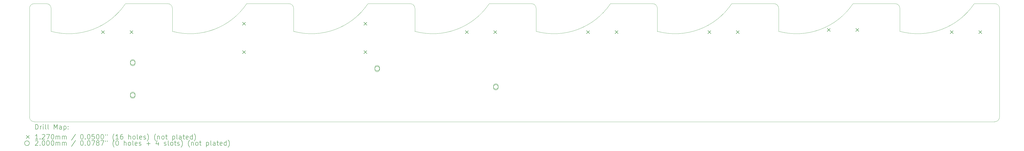
<source format=gbr>
%TF.GenerationSoftware,KiCad,Pcbnew,8.0.1-8.0.1-1~ubuntu22.04.1*%
%TF.CreationDate,2024-04-25T17:07:04+02:00*%
%TF.ProjectId,Partial_Drawer_Controller_v1,50617274-6961-46c5-9f44-72617765725f,rev?*%
%TF.SameCoordinates,Original*%
%TF.FileFunction,Drillmap*%
%TF.FilePolarity,Positive*%
%FSLAX45Y45*%
G04 Gerber Fmt 4.5, Leading zero omitted, Abs format (unit mm)*
G04 Created by KiCad (PCBNEW 8.0.1-8.0.1-1~ubuntu22.04.1) date 2024-04-25 17:07:04*
%MOMM*%
%LPD*%
G01*
G04 APERTURE LIST*
%ADD10C,0.100000*%
%ADD11C,0.200000*%
%ADD12C,0.127000*%
G04 APERTURE END LIST*
D10*
X31591000Y-2000000D02*
G75*
G02*
X28456000Y-3174000I-2383479J1591956D01*
G01*
X11155000Y-2000000D02*
G75*
G02*
X8020000Y-3174000I-2383479J1591956D01*
G01*
X23347000Y-2200000D02*
X23347000Y-3174000D01*
X2000000Y-2200000D02*
G75*
G02*
X2200000Y-2000000I200000J0D01*
G01*
X2711000Y-2000000D02*
G75*
G02*
X2911000Y-2200000I0J-200000D01*
G01*
X42872000Y-2200000D02*
X42872000Y-6800000D01*
X13129000Y-2200000D02*
X13129000Y-3174000D01*
X12929000Y-2000000D02*
G75*
G02*
X13129000Y-2200000I0J-200000D01*
G01*
X2000000Y-2200000D02*
X2000000Y-6800000D01*
X21373000Y-2000000D02*
X23147000Y-2000000D01*
X41809000Y-2000000D02*
X42672000Y-2000000D01*
X2200000Y-7000000D02*
G75*
G02*
X2000000Y-6800000I0J200000D01*
G01*
X18038000Y-2000000D02*
G75*
G02*
X18238000Y-2200000I0J-200000D01*
G01*
X2200000Y-7000000D02*
X42672000Y-7000000D01*
X21373000Y-2000000D02*
G75*
G02*
X18238000Y-3173999I-2383479J1591957D01*
G01*
X33365000Y-2000000D02*
G75*
G02*
X33565000Y-2200000I0J-200000D01*
G01*
X6046000Y-2000000D02*
X7820000Y-2000000D01*
X11155000Y-2000000D02*
X12929000Y-2000000D01*
X31591000Y-2000000D02*
X33365000Y-2000000D01*
X2711000Y-2000000D02*
X2200000Y-2000000D01*
X16264000Y-2000000D02*
G75*
G02*
X13129000Y-3174000I-2383479J1591956D01*
G01*
X38674000Y-2200000D02*
X38674000Y-3174000D01*
X7820000Y-2000000D02*
G75*
G02*
X8020000Y-2200000I0J-200000D01*
G01*
X42672000Y-2000000D02*
G75*
G02*
X42872000Y-2200000I0J-200000D01*
G01*
X8020000Y-2200000D02*
X8020000Y-3174000D01*
X28456000Y-2200000D02*
X28456000Y-3174000D01*
X2911000Y-2200000D02*
X2911000Y-3174000D01*
X26482000Y-2000000D02*
G75*
G02*
X23347000Y-3174000I-2383479J1591956D01*
G01*
X16264000Y-2000000D02*
X18038000Y-2000000D01*
X41809000Y-2000000D02*
G75*
G02*
X38674000Y-3173999I-2383480J1591960D01*
G01*
X28256000Y-2000000D02*
G75*
G02*
X28456000Y-2200000I0J-200000D01*
G01*
X18238000Y-2200000D02*
X18238000Y-3174000D01*
X42872000Y-6800000D02*
G75*
G02*
X42672000Y-7000000I-200000J0D01*
G01*
X36700000Y-2000000D02*
X38474000Y-2000000D01*
X6046000Y-2000000D02*
G75*
G02*
X2911000Y-3174000I-2383479J1591956D01*
G01*
X33565000Y-2200000D02*
X33565000Y-3174000D01*
X23147000Y-2000000D02*
G75*
G02*
X23347000Y-2200000I0J-200000D01*
G01*
X36700000Y-2000000D02*
G75*
G02*
X33565000Y-3173999I-2383480J1591960D01*
G01*
X26482000Y-2000000D02*
X28256000Y-2000000D01*
X38474000Y-2000000D02*
G75*
G02*
X38674000Y-2200000I0J-200000D01*
G01*
D11*
D12*
X5036500Y-3140500D02*
X5163500Y-3267500D01*
X5163500Y-3140500D02*
X5036500Y-3267500D01*
X6236500Y-3140500D02*
X6363500Y-3267500D01*
X6363500Y-3140500D02*
X6236500Y-3267500D01*
X10978300Y-2786100D02*
X11105300Y-2913100D01*
X11105300Y-2786100D02*
X10978300Y-2913100D01*
X10978300Y-3986100D02*
X11105300Y-4113100D01*
X11105300Y-3986100D02*
X10978300Y-4113100D01*
X16091500Y-2786500D02*
X16218500Y-2913500D01*
X16218500Y-2786500D02*
X16091500Y-2913500D01*
X16091500Y-3986500D02*
X16218500Y-4113500D01*
X16218500Y-3986500D02*
X16091500Y-4113500D01*
X20363500Y-3140500D02*
X20490500Y-3267500D01*
X20490500Y-3140500D02*
X20363500Y-3267500D01*
X21563500Y-3140500D02*
X21690500Y-3267500D01*
X21690500Y-3140500D02*
X21563500Y-3267500D01*
X25472500Y-3140500D02*
X25599500Y-3267500D01*
X25599500Y-3140500D02*
X25472500Y-3267500D01*
X26672500Y-3140500D02*
X26799500Y-3267500D01*
X26799500Y-3140500D02*
X26672500Y-3267500D01*
X30581500Y-3140500D02*
X30708500Y-3267500D01*
X30708500Y-3140500D02*
X30581500Y-3267500D01*
X31781500Y-3140500D02*
X31908500Y-3267500D01*
X31908500Y-3140500D02*
X31781500Y-3267500D01*
X35616500Y-3050500D02*
X35743500Y-3177500D01*
X35743500Y-3050500D02*
X35616500Y-3177500D01*
X36816500Y-3050500D02*
X36943500Y-3177500D01*
X36943500Y-3050500D02*
X36816500Y-3177500D01*
X40799500Y-3140500D02*
X40926500Y-3267500D01*
X40926500Y-3140500D02*
X40799500Y-3267500D01*
X41999500Y-3140500D02*
X42126500Y-3267500D01*
X42126500Y-3140500D02*
X41999500Y-3267500D01*
D11*
X6450000Y-4500000D02*
G75*
G02*
X6250000Y-4500000I-100000J0D01*
G01*
X6250000Y-4500000D02*
G75*
G02*
X6450000Y-4500000I100000J0D01*
G01*
D10*
X6250000Y-4460000D02*
X6250000Y-4540000D01*
X6450000Y-4540000D02*
G75*
G02*
X6250000Y-4540000I-100000J0D01*
G01*
X6450000Y-4540000D02*
X6450000Y-4460000D01*
X6450000Y-4460000D02*
G75*
G03*
X6250000Y-4460000I-100000J0D01*
G01*
D11*
X6450000Y-5875000D02*
G75*
G02*
X6250000Y-5875000I-100000J0D01*
G01*
X6250000Y-5875000D02*
G75*
G02*
X6450000Y-5875000I100000J0D01*
G01*
D10*
X6250000Y-5835000D02*
X6250000Y-5915000D01*
X6450000Y-5915000D02*
G75*
G02*
X6250000Y-5915000I-100000J0D01*
G01*
X6450000Y-5915000D02*
X6450000Y-5835000D01*
X6450000Y-5835000D02*
G75*
G03*
X6250000Y-5835000I-100000J0D01*
G01*
D11*
X16750000Y-4750000D02*
G75*
G02*
X16550000Y-4750000I-100000J0D01*
G01*
X16550000Y-4750000D02*
G75*
G02*
X16750000Y-4750000I100000J0D01*
G01*
D10*
X16550000Y-4710000D02*
X16550000Y-4790000D01*
X16750000Y-4790000D02*
G75*
G02*
X16550000Y-4790000I-100000J0D01*
G01*
X16750000Y-4790000D02*
X16750000Y-4710000D01*
X16750000Y-4710000D02*
G75*
G03*
X16550000Y-4710000I-100000J0D01*
G01*
D11*
X21750000Y-5525000D02*
G75*
G02*
X21550000Y-5525000I-100000J0D01*
G01*
X21550000Y-5525000D02*
G75*
G02*
X21750000Y-5525000I100000J0D01*
G01*
D10*
X21550000Y-5485000D02*
X21550000Y-5565000D01*
X21750000Y-5565000D02*
G75*
G02*
X21550000Y-5565000I-100000J0D01*
G01*
X21750000Y-5565000D02*
X21750000Y-5485000D01*
X21750000Y-5485000D02*
G75*
G03*
X21550000Y-5485000I-100000J0D01*
G01*
D11*
X2255777Y-7316484D02*
X2255777Y-7116484D01*
X2255777Y-7116484D02*
X2303396Y-7116484D01*
X2303396Y-7116484D02*
X2331967Y-7126008D01*
X2331967Y-7126008D02*
X2351015Y-7145055D01*
X2351015Y-7145055D02*
X2360539Y-7164103D01*
X2360539Y-7164103D02*
X2370063Y-7202198D01*
X2370063Y-7202198D02*
X2370063Y-7230769D01*
X2370063Y-7230769D02*
X2360539Y-7268865D01*
X2360539Y-7268865D02*
X2351015Y-7287912D01*
X2351015Y-7287912D02*
X2331967Y-7306960D01*
X2331967Y-7306960D02*
X2303396Y-7316484D01*
X2303396Y-7316484D02*
X2255777Y-7316484D01*
X2455777Y-7316484D02*
X2455777Y-7183150D01*
X2455777Y-7221246D02*
X2465301Y-7202198D01*
X2465301Y-7202198D02*
X2474824Y-7192674D01*
X2474824Y-7192674D02*
X2493872Y-7183150D01*
X2493872Y-7183150D02*
X2512920Y-7183150D01*
X2579586Y-7316484D02*
X2579586Y-7183150D01*
X2579586Y-7116484D02*
X2570063Y-7126008D01*
X2570063Y-7126008D02*
X2579586Y-7135531D01*
X2579586Y-7135531D02*
X2589110Y-7126008D01*
X2589110Y-7126008D02*
X2579586Y-7116484D01*
X2579586Y-7116484D02*
X2579586Y-7135531D01*
X2703396Y-7316484D02*
X2684348Y-7306960D01*
X2684348Y-7306960D02*
X2674824Y-7287912D01*
X2674824Y-7287912D02*
X2674824Y-7116484D01*
X2808158Y-7316484D02*
X2789110Y-7306960D01*
X2789110Y-7306960D02*
X2779586Y-7287912D01*
X2779586Y-7287912D02*
X2779586Y-7116484D01*
X3036729Y-7316484D02*
X3036729Y-7116484D01*
X3036729Y-7116484D02*
X3103396Y-7259341D01*
X3103396Y-7259341D02*
X3170062Y-7116484D01*
X3170062Y-7116484D02*
X3170062Y-7316484D01*
X3351015Y-7316484D02*
X3351015Y-7211722D01*
X3351015Y-7211722D02*
X3341491Y-7192674D01*
X3341491Y-7192674D02*
X3322443Y-7183150D01*
X3322443Y-7183150D02*
X3284348Y-7183150D01*
X3284348Y-7183150D02*
X3265301Y-7192674D01*
X3351015Y-7306960D02*
X3331967Y-7316484D01*
X3331967Y-7316484D02*
X3284348Y-7316484D01*
X3284348Y-7316484D02*
X3265301Y-7306960D01*
X3265301Y-7306960D02*
X3255777Y-7287912D01*
X3255777Y-7287912D02*
X3255777Y-7268865D01*
X3255777Y-7268865D02*
X3265301Y-7249817D01*
X3265301Y-7249817D02*
X3284348Y-7240293D01*
X3284348Y-7240293D02*
X3331967Y-7240293D01*
X3331967Y-7240293D02*
X3351015Y-7230769D01*
X3446253Y-7183150D02*
X3446253Y-7383150D01*
X3446253Y-7192674D02*
X3465301Y-7183150D01*
X3465301Y-7183150D02*
X3503396Y-7183150D01*
X3503396Y-7183150D02*
X3522443Y-7192674D01*
X3522443Y-7192674D02*
X3531967Y-7202198D01*
X3531967Y-7202198D02*
X3541491Y-7221246D01*
X3541491Y-7221246D02*
X3541491Y-7278388D01*
X3541491Y-7278388D02*
X3531967Y-7297436D01*
X3531967Y-7297436D02*
X3522443Y-7306960D01*
X3522443Y-7306960D02*
X3503396Y-7316484D01*
X3503396Y-7316484D02*
X3465301Y-7316484D01*
X3465301Y-7316484D02*
X3446253Y-7306960D01*
X3627205Y-7297436D02*
X3636729Y-7306960D01*
X3636729Y-7306960D02*
X3627205Y-7316484D01*
X3627205Y-7316484D02*
X3617682Y-7306960D01*
X3617682Y-7306960D02*
X3627205Y-7297436D01*
X3627205Y-7297436D02*
X3627205Y-7316484D01*
X3627205Y-7192674D02*
X3636729Y-7202198D01*
X3636729Y-7202198D02*
X3627205Y-7211722D01*
X3627205Y-7211722D02*
X3617682Y-7202198D01*
X3617682Y-7202198D02*
X3627205Y-7192674D01*
X3627205Y-7192674D02*
X3627205Y-7211722D01*
D12*
X1868000Y-7581500D02*
X1995000Y-7708500D01*
X1995000Y-7581500D02*
X1868000Y-7708500D01*
D11*
X2360539Y-7736484D02*
X2246253Y-7736484D01*
X2303396Y-7736484D02*
X2303396Y-7536484D01*
X2303396Y-7536484D02*
X2284348Y-7565055D01*
X2284348Y-7565055D02*
X2265301Y-7584103D01*
X2265301Y-7584103D02*
X2246253Y-7593627D01*
X2446253Y-7717436D02*
X2455777Y-7726960D01*
X2455777Y-7726960D02*
X2446253Y-7736484D01*
X2446253Y-7736484D02*
X2436729Y-7726960D01*
X2436729Y-7726960D02*
X2446253Y-7717436D01*
X2446253Y-7717436D02*
X2446253Y-7736484D01*
X2531967Y-7555531D02*
X2541491Y-7546008D01*
X2541491Y-7546008D02*
X2560539Y-7536484D01*
X2560539Y-7536484D02*
X2608158Y-7536484D01*
X2608158Y-7536484D02*
X2627205Y-7546008D01*
X2627205Y-7546008D02*
X2636729Y-7555531D01*
X2636729Y-7555531D02*
X2646253Y-7574579D01*
X2646253Y-7574579D02*
X2646253Y-7593627D01*
X2646253Y-7593627D02*
X2636729Y-7622198D01*
X2636729Y-7622198D02*
X2522444Y-7736484D01*
X2522444Y-7736484D02*
X2646253Y-7736484D01*
X2712920Y-7536484D02*
X2846253Y-7536484D01*
X2846253Y-7536484D02*
X2760539Y-7736484D01*
X2960539Y-7536484D02*
X2979586Y-7536484D01*
X2979586Y-7536484D02*
X2998634Y-7546008D01*
X2998634Y-7546008D02*
X3008158Y-7555531D01*
X3008158Y-7555531D02*
X3017682Y-7574579D01*
X3017682Y-7574579D02*
X3027205Y-7612674D01*
X3027205Y-7612674D02*
X3027205Y-7660293D01*
X3027205Y-7660293D02*
X3017682Y-7698388D01*
X3017682Y-7698388D02*
X3008158Y-7717436D01*
X3008158Y-7717436D02*
X2998634Y-7726960D01*
X2998634Y-7726960D02*
X2979586Y-7736484D01*
X2979586Y-7736484D02*
X2960539Y-7736484D01*
X2960539Y-7736484D02*
X2941491Y-7726960D01*
X2941491Y-7726960D02*
X2931967Y-7717436D01*
X2931967Y-7717436D02*
X2922443Y-7698388D01*
X2922443Y-7698388D02*
X2912920Y-7660293D01*
X2912920Y-7660293D02*
X2912920Y-7612674D01*
X2912920Y-7612674D02*
X2922443Y-7574579D01*
X2922443Y-7574579D02*
X2931967Y-7555531D01*
X2931967Y-7555531D02*
X2941491Y-7546008D01*
X2941491Y-7546008D02*
X2960539Y-7536484D01*
X3112920Y-7736484D02*
X3112920Y-7603150D01*
X3112920Y-7622198D02*
X3122443Y-7612674D01*
X3122443Y-7612674D02*
X3141491Y-7603150D01*
X3141491Y-7603150D02*
X3170063Y-7603150D01*
X3170063Y-7603150D02*
X3189110Y-7612674D01*
X3189110Y-7612674D02*
X3198634Y-7631722D01*
X3198634Y-7631722D02*
X3198634Y-7736484D01*
X3198634Y-7631722D02*
X3208158Y-7612674D01*
X3208158Y-7612674D02*
X3227205Y-7603150D01*
X3227205Y-7603150D02*
X3255777Y-7603150D01*
X3255777Y-7603150D02*
X3274824Y-7612674D01*
X3274824Y-7612674D02*
X3284348Y-7631722D01*
X3284348Y-7631722D02*
X3284348Y-7736484D01*
X3379586Y-7736484D02*
X3379586Y-7603150D01*
X3379586Y-7622198D02*
X3389110Y-7612674D01*
X3389110Y-7612674D02*
X3408158Y-7603150D01*
X3408158Y-7603150D02*
X3436729Y-7603150D01*
X3436729Y-7603150D02*
X3455777Y-7612674D01*
X3455777Y-7612674D02*
X3465301Y-7631722D01*
X3465301Y-7631722D02*
X3465301Y-7736484D01*
X3465301Y-7631722D02*
X3474824Y-7612674D01*
X3474824Y-7612674D02*
X3493872Y-7603150D01*
X3493872Y-7603150D02*
X3522443Y-7603150D01*
X3522443Y-7603150D02*
X3541491Y-7612674D01*
X3541491Y-7612674D02*
X3551015Y-7631722D01*
X3551015Y-7631722D02*
X3551015Y-7736484D01*
X3941491Y-7526960D02*
X3770063Y-7784103D01*
X4198634Y-7536484D02*
X4217682Y-7536484D01*
X4217682Y-7536484D02*
X4236729Y-7546008D01*
X4236729Y-7546008D02*
X4246253Y-7555531D01*
X4246253Y-7555531D02*
X4255777Y-7574579D01*
X4255777Y-7574579D02*
X4265301Y-7612674D01*
X4265301Y-7612674D02*
X4265301Y-7660293D01*
X4265301Y-7660293D02*
X4255777Y-7698388D01*
X4255777Y-7698388D02*
X4246253Y-7717436D01*
X4246253Y-7717436D02*
X4236729Y-7726960D01*
X4236729Y-7726960D02*
X4217682Y-7736484D01*
X4217682Y-7736484D02*
X4198634Y-7736484D01*
X4198634Y-7736484D02*
X4179586Y-7726960D01*
X4179586Y-7726960D02*
X4170063Y-7717436D01*
X4170063Y-7717436D02*
X4160539Y-7698388D01*
X4160539Y-7698388D02*
X4151015Y-7660293D01*
X4151015Y-7660293D02*
X4151015Y-7612674D01*
X4151015Y-7612674D02*
X4160539Y-7574579D01*
X4160539Y-7574579D02*
X4170063Y-7555531D01*
X4170063Y-7555531D02*
X4179586Y-7546008D01*
X4179586Y-7546008D02*
X4198634Y-7536484D01*
X4351015Y-7717436D02*
X4360539Y-7726960D01*
X4360539Y-7726960D02*
X4351015Y-7736484D01*
X4351015Y-7736484D02*
X4341491Y-7726960D01*
X4341491Y-7726960D02*
X4351015Y-7717436D01*
X4351015Y-7717436D02*
X4351015Y-7736484D01*
X4484348Y-7536484D02*
X4503396Y-7536484D01*
X4503396Y-7536484D02*
X4522444Y-7546008D01*
X4522444Y-7546008D02*
X4531968Y-7555531D01*
X4531968Y-7555531D02*
X4541491Y-7574579D01*
X4541491Y-7574579D02*
X4551015Y-7612674D01*
X4551015Y-7612674D02*
X4551015Y-7660293D01*
X4551015Y-7660293D02*
X4541491Y-7698388D01*
X4541491Y-7698388D02*
X4531968Y-7717436D01*
X4531968Y-7717436D02*
X4522444Y-7726960D01*
X4522444Y-7726960D02*
X4503396Y-7736484D01*
X4503396Y-7736484D02*
X4484348Y-7736484D01*
X4484348Y-7736484D02*
X4465301Y-7726960D01*
X4465301Y-7726960D02*
X4455777Y-7717436D01*
X4455777Y-7717436D02*
X4446253Y-7698388D01*
X4446253Y-7698388D02*
X4436729Y-7660293D01*
X4436729Y-7660293D02*
X4436729Y-7612674D01*
X4436729Y-7612674D02*
X4446253Y-7574579D01*
X4446253Y-7574579D02*
X4455777Y-7555531D01*
X4455777Y-7555531D02*
X4465301Y-7546008D01*
X4465301Y-7546008D02*
X4484348Y-7536484D01*
X4731968Y-7536484D02*
X4636729Y-7536484D01*
X4636729Y-7536484D02*
X4627206Y-7631722D01*
X4627206Y-7631722D02*
X4636729Y-7622198D01*
X4636729Y-7622198D02*
X4655777Y-7612674D01*
X4655777Y-7612674D02*
X4703396Y-7612674D01*
X4703396Y-7612674D02*
X4722444Y-7622198D01*
X4722444Y-7622198D02*
X4731968Y-7631722D01*
X4731968Y-7631722D02*
X4741491Y-7650769D01*
X4741491Y-7650769D02*
X4741491Y-7698388D01*
X4741491Y-7698388D02*
X4731968Y-7717436D01*
X4731968Y-7717436D02*
X4722444Y-7726960D01*
X4722444Y-7726960D02*
X4703396Y-7736484D01*
X4703396Y-7736484D02*
X4655777Y-7736484D01*
X4655777Y-7736484D02*
X4636729Y-7726960D01*
X4636729Y-7726960D02*
X4627206Y-7717436D01*
X4865301Y-7536484D02*
X4884349Y-7536484D01*
X4884349Y-7536484D02*
X4903396Y-7546008D01*
X4903396Y-7546008D02*
X4912920Y-7555531D01*
X4912920Y-7555531D02*
X4922444Y-7574579D01*
X4922444Y-7574579D02*
X4931968Y-7612674D01*
X4931968Y-7612674D02*
X4931968Y-7660293D01*
X4931968Y-7660293D02*
X4922444Y-7698388D01*
X4922444Y-7698388D02*
X4912920Y-7717436D01*
X4912920Y-7717436D02*
X4903396Y-7726960D01*
X4903396Y-7726960D02*
X4884349Y-7736484D01*
X4884349Y-7736484D02*
X4865301Y-7736484D01*
X4865301Y-7736484D02*
X4846253Y-7726960D01*
X4846253Y-7726960D02*
X4836729Y-7717436D01*
X4836729Y-7717436D02*
X4827206Y-7698388D01*
X4827206Y-7698388D02*
X4817682Y-7660293D01*
X4817682Y-7660293D02*
X4817682Y-7612674D01*
X4817682Y-7612674D02*
X4827206Y-7574579D01*
X4827206Y-7574579D02*
X4836729Y-7555531D01*
X4836729Y-7555531D02*
X4846253Y-7546008D01*
X4846253Y-7546008D02*
X4865301Y-7536484D01*
X5055777Y-7536484D02*
X5074825Y-7536484D01*
X5074825Y-7536484D02*
X5093872Y-7546008D01*
X5093872Y-7546008D02*
X5103396Y-7555531D01*
X5103396Y-7555531D02*
X5112920Y-7574579D01*
X5112920Y-7574579D02*
X5122444Y-7612674D01*
X5122444Y-7612674D02*
X5122444Y-7660293D01*
X5122444Y-7660293D02*
X5112920Y-7698388D01*
X5112920Y-7698388D02*
X5103396Y-7717436D01*
X5103396Y-7717436D02*
X5093872Y-7726960D01*
X5093872Y-7726960D02*
X5074825Y-7736484D01*
X5074825Y-7736484D02*
X5055777Y-7736484D01*
X5055777Y-7736484D02*
X5036729Y-7726960D01*
X5036729Y-7726960D02*
X5027206Y-7717436D01*
X5027206Y-7717436D02*
X5017682Y-7698388D01*
X5017682Y-7698388D02*
X5008158Y-7660293D01*
X5008158Y-7660293D02*
X5008158Y-7612674D01*
X5008158Y-7612674D02*
X5017682Y-7574579D01*
X5017682Y-7574579D02*
X5027206Y-7555531D01*
X5027206Y-7555531D02*
X5036729Y-7546008D01*
X5036729Y-7546008D02*
X5055777Y-7536484D01*
X5198634Y-7536484D02*
X5198634Y-7574579D01*
X5274825Y-7536484D02*
X5274825Y-7574579D01*
X5570063Y-7812674D02*
X5560539Y-7803150D01*
X5560539Y-7803150D02*
X5541491Y-7774579D01*
X5541491Y-7774579D02*
X5531968Y-7755531D01*
X5531968Y-7755531D02*
X5522444Y-7726960D01*
X5522444Y-7726960D02*
X5512920Y-7679341D01*
X5512920Y-7679341D02*
X5512920Y-7641246D01*
X5512920Y-7641246D02*
X5522444Y-7593627D01*
X5522444Y-7593627D02*
X5531968Y-7565055D01*
X5531968Y-7565055D02*
X5541491Y-7546008D01*
X5541491Y-7546008D02*
X5560539Y-7517436D01*
X5560539Y-7517436D02*
X5570063Y-7507912D01*
X5751015Y-7736484D02*
X5636729Y-7736484D01*
X5693872Y-7736484D02*
X5693872Y-7536484D01*
X5693872Y-7536484D02*
X5674825Y-7565055D01*
X5674825Y-7565055D02*
X5655777Y-7584103D01*
X5655777Y-7584103D02*
X5636729Y-7593627D01*
X5922444Y-7536484D02*
X5884348Y-7536484D01*
X5884348Y-7536484D02*
X5865301Y-7546008D01*
X5865301Y-7546008D02*
X5855777Y-7555531D01*
X5855777Y-7555531D02*
X5836729Y-7584103D01*
X5836729Y-7584103D02*
X5827206Y-7622198D01*
X5827206Y-7622198D02*
X5827206Y-7698388D01*
X5827206Y-7698388D02*
X5836729Y-7717436D01*
X5836729Y-7717436D02*
X5846253Y-7726960D01*
X5846253Y-7726960D02*
X5865301Y-7736484D01*
X5865301Y-7736484D02*
X5903396Y-7736484D01*
X5903396Y-7736484D02*
X5922444Y-7726960D01*
X5922444Y-7726960D02*
X5931968Y-7717436D01*
X5931968Y-7717436D02*
X5941491Y-7698388D01*
X5941491Y-7698388D02*
X5941491Y-7650769D01*
X5941491Y-7650769D02*
X5931968Y-7631722D01*
X5931968Y-7631722D02*
X5922444Y-7622198D01*
X5922444Y-7622198D02*
X5903396Y-7612674D01*
X5903396Y-7612674D02*
X5865301Y-7612674D01*
X5865301Y-7612674D02*
X5846253Y-7622198D01*
X5846253Y-7622198D02*
X5836729Y-7631722D01*
X5836729Y-7631722D02*
X5827206Y-7650769D01*
X6179587Y-7736484D02*
X6179587Y-7536484D01*
X6265301Y-7736484D02*
X6265301Y-7631722D01*
X6265301Y-7631722D02*
X6255777Y-7612674D01*
X6255777Y-7612674D02*
X6236730Y-7603150D01*
X6236730Y-7603150D02*
X6208158Y-7603150D01*
X6208158Y-7603150D02*
X6189110Y-7612674D01*
X6189110Y-7612674D02*
X6179587Y-7622198D01*
X6389110Y-7736484D02*
X6370063Y-7726960D01*
X6370063Y-7726960D02*
X6360539Y-7717436D01*
X6360539Y-7717436D02*
X6351015Y-7698388D01*
X6351015Y-7698388D02*
X6351015Y-7641246D01*
X6351015Y-7641246D02*
X6360539Y-7622198D01*
X6360539Y-7622198D02*
X6370063Y-7612674D01*
X6370063Y-7612674D02*
X6389110Y-7603150D01*
X6389110Y-7603150D02*
X6417682Y-7603150D01*
X6417682Y-7603150D02*
X6436730Y-7612674D01*
X6436730Y-7612674D02*
X6446253Y-7622198D01*
X6446253Y-7622198D02*
X6455777Y-7641246D01*
X6455777Y-7641246D02*
X6455777Y-7698388D01*
X6455777Y-7698388D02*
X6446253Y-7717436D01*
X6446253Y-7717436D02*
X6436730Y-7726960D01*
X6436730Y-7726960D02*
X6417682Y-7736484D01*
X6417682Y-7736484D02*
X6389110Y-7736484D01*
X6570063Y-7736484D02*
X6551015Y-7726960D01*
X6551015Y-7726960D02*
X6541491Y-7707912D01*
X6541491Y-7707912D02*
X6541491Y-7536484D01*
X6722444Y-7726960D02*
X6703396Y-7736484D01*
X6703396Y-7736484D02*
X6665301Y-7736484D01*
X6665301Y-7736484D02*
X6646253Y-7726960D01*
X6646253Y-7726960D02*
X6636730Y-7707912D01*
X6636730Y-7707912D02*
X6636730Y-7631722D01*
X6636730Y-7631722D02*
X6646253Y-7612674D01*
X6646253Y-7612674D02*
X6665301Y-7603150D01*
X6665301Y-7603150D02*
X6703396Y-7603150D01*
X6703396Y-7603150D02*
X6722444Y-7612674D01*
X6722444Y-7612674D02*
X6731968Y-7631722D01*
X6731968Y-7631722D02*
X6731968Y-7650769D01*
X6731968Y-7650769D02*
X6636730Y-7669817D01*
X6808158Y-7726960D02*
X6827206Y-7736484D01*
X6827206Y-7736484D02*
X6865301Y-7736484D01*
X6865301Y-7736484D02*
X6884349Y-7726960D01*
X6884349Y-7726960D02*
X6893872Y-7707912D01*
X6893872Y-7707912D02*
X6893872Y-7698388D01*
X6893872Y-7698388D02*
X6884349Y-7679341D01*
X6884349Y-7679341D02*
X6865301Y-7669817D01*
X6865301Y-7669817D02*
X6836730Y-7669817D01*
X6836730Y-7669817D02*
X6817682Y-7660293D01*
X6817682Y-7660293D02*
X6808158Y-7641246D01*
X6808158Y-7641246D02*
X6808158Y-7631722D01*
X6808158Y-7631722D02*
X6817682Y-7612674D01*
X6817682Y-7612674D02*
X6836730Y-7603150D01*
X6836730Y-7603150D02*
X6865301Y-7603150D01*
X6865301Y-7603150D02*
X6884349Y-7612674D01*
X6960539Y-7812674D02*
X6970063Y-7803150D01*
X6970063Y-7803150D02*
X6989111Y-7774579D01*
X6989111Y-7774579D02*
X6998634Y-7755531D01*
X6998634Y-7755531D02*
X7008158Y-7726960D01*
X7008158Y-7726960D02*
X7017682Y-7679341D01*
X7017682Y-7679341D02*
X7017682Y-7641246D01*
X7017682Y-7641246D02*
X7008158Y-7593627D01*
X7008158Y-7593627D02*
X6998634Y-7565055D01*
X6998634Y-7565055D02*
X6989111Y-7546008D01*
X6989111Y-7546008D02*
X6970063Y-7517436D01*
X6970063Y-7517436D02*
X6960539Y-7507912D01*
X7322444Y-7812674D02*
X7312920Y-7803150D01*
X7312920Y-7803150D02*
X7293872Y-7774579D01*
X7293872Y-7774579D02*
X7284349Y-7755531D01*
X7284349Y-7755531D02*
X7274825Y-7726960D01*
X7274825Y-7726960D02*
X7265301Y-7679341D01*
X7265301Y-7679341D02*
X7265301Y-7641246D01*
X7265301Y-7641246D02*
X7274825Y-7593627D01*
X7274825Y-7593627D02*
X7284349Y-7565055D01*
X7284349Y-7565055D02*
X7293872Y-7546008D01*
X7293872Y-7546008D02*
X7312920Y-7517436D01*
X7312920Y-7517436D02*
X7322444Y-7507912D01*
X7398634Y-7603150D02*
X7398634Y-7736484D01*
X7398634Y-7622198D02*
X7408158Y-7612674D01*
X7408158Y-7612674D02*
X7427206Y-7603150D01*
X7427206Y-7603150D02*
X7455777Y-7603150D01*
X7455777Y-7603150D02*
X7474825Y-7612674D01*
X7474825Y-7612674D02*
X7484349Y-7631722D01*
X7484349Y-7631722D02*
X7484349Y-7736484D01*
X7608158Y-7736484D02*
X7589111Y-7726960D01*
X7589111Y-7726960D02*
X7579587Y-7717436D01*
X7579587Y-7717436D02*
X7570063Y-7698388D01*
X7570063Y-7698388D02*
X7570063Y-7641246D01*
X7570063Y-7641246D02*
X7579587Y-7622198D01*
X7579587Y-7622198D02*
X7589111Y-7612674D01*
X7589111Y-7612674D02*
X7608158Y-7603150D01*
X7608158Y-7603150D02*
X7636730Y-7603150D01*
X7636730Y-7603150D02*
X7655777Y-7612674D01*
X7655777Y-7612674D02*
X7665301Y-7622198D01*
X7665301Y-7622198D02*
X7674825Y-7641246D01*
X7674825Y-7641246D02*
X7674825Y-7698388D01*
X7674825Y-7698388D02*
X7665301Y-7717436D01*
X7665301Y-7717436D02*
X7655777Y-7726960D01*
X7655777Y-7726960D02*
X7636730Y-7736484D01*
X7636730Y-7736484D02*
X7608158Y-7736484D01*
X7731968Y-7603150D02*
X7808158Y-7603150D01*
X7760539Y-7536484D02*
X7760539Y-7707912D01*
X7760539Y-7707912D02*
X7770063Y-7726960D01*
X7770063Y-7726960D02*
X7789111Y-7736484D01*
X7789111Y-7736484D02*
X7808158Y-7736484D01*
X8027206Y-7603150D02*
X8027206Y-7803150D01*
X8027206Y-7612674D02*
X8046253Y-7603150D01*
X8046253Y-7603150D02*
X8084349Y-7603150D01*
X8084349Y-7603150D02*
X8103396Y-7612674D01*
X8103396Y-7612674D02*
X8112920Y-7622198D01*
X8112920Y-7622198D02*
X8122444Y-7641246D01*
X8122444Y-7641246D02*
X8122444Y-7698388D01*
X8122444Y-7698388D02*
X8112920Y-7717436D01*
X8112920Y-7717436D02*
X8103396Y-7726960D01*
X8103396Y-7726960D02*
X8084349Y-7736484D01*
X8084349Y-7736484D02*
X8046253Y-7736484D01*
X8046253Y-7736484D02*
X8027206Y-7726960D01*
X8236730Y-7736484D02*
X8217682Y-7726960D01*
X8217682Y-7726960D02*
X8208158Y-7707912D01*
X8208158Y-7707912D02*
X8208158Y-7536484D01*
X8398635Y-7736484D02*
X8398635Y-7631722D01*
X8398635Y-7631722D02*
X8389111Y-7612674D01*
X8389111Y-7612674D02*
X8370063Y-7603150D01*
X8370063Y-7603150D02*
X8331968Y-7603150D01*
X8331968Y-7603150D02*
X8312920Y-7612674D01*
X8398635Y-7726960D02*
X8379587Y-7736484D01*
X8379587Y-7736484D02*
X8331968Y-7736484D01*
X8331968Y-7736484D02*
X8312920Y-7726960D01*
X8312920Y-7726960D02*
X8303396Y-7707912D01*
X8303396Y-7707912D02*
X8303396Y-7688865D01*
X8303396Y-7688865D02*
X8312920Y-7669817D01*
X8312920Y-7669817D02*
X8331968Y-7660293D01*
X8331968Y-7660293D02*
X8379587Y-7660293D01*
X8379587Y-7660293D02*
X8398635Y-7650769D01*
X8465301Y-7603150D02*
X8541492Y-7603150D01*
X8493873Y-7536484D02*
X8493873Y-7707912D01*
X8493873Y-7707912D02*
X8503396Y-7726960D01*
X8503396Y-7726960D02*
X8522444Y-7736484D01*
X8522444Y-7736484D02*
X8541492Y-7736484D01*
X8684349Y-7726960D02*
X8665301Y-7736484D01*
X8665301Y-7736484D02*
X8627206Y-7736484D01*
X8627206Y-7736484D02*
X8608158Y-7726960D01*
X8608158Y-7726960D02*
X8598635Y-7707912D01*
X8598635Y-7707912D02*
X8598635Y-7631722D01*
X8598635Y-7631722D02*
X8608158Y-7612674D01*
X8608158Y-7612674D02*
X8627206Y-7603150D01*
X8627206Y-7603150D02*
X8665301Y-7603150D01*
X8665301Y-7603150D02*
X8684349Y-7612674D01*
X8684349Y-7612674D02*
X8693873Y-7631722D01*
X8693873Y-7631722D02*
X8693873Y-7650769D01*
X8693873Y-7650769D02*
X8598635Y-7669817D01*
X8865301Y-7736484D02*
X8865301Y-7536484D01*
X8865301Y-7726960D02*
X8846254Y-7736484D01*
X8846254Y-7736484D02*
X8808158Y-7736484D01*
X8808158Y-7736484D02*
X8789111Y-7726960D01*
X8789111Y-7726960D02*
X8779587Y-7717436D01*
X8779587Y-7717436D02*
X8770063Y-7698388D01*
X8770063Y-7698388D02*
X8770063Y-7641246D01*
X8770063Y-7641246D02*
X8779587Y-7622198D01*
X8779587Y-7622198D02*
X8789111Y-7612674D01*
X8789111Y-7612674D02*
X8808158Y-7603150D01*
X8808158Y-7603150D02*
X8846254Y-7603150D01*
X8846254Y-7603150D02*
X8865301Y-7612674D01*
X8941492Y-7812674D02*
X8951016Y-7803150D01*
X8951016Y-7803150D02*
X8970063Y-7774579D01*
X8970063Y-7774579D02*
X8979587Y-7755531D01*
X8979587Y-7755531D02*
X8989111Y-7726960D01*
X8989111Y-7726960D02*
X8998635Y-7679341D01*
X8998635Y-7679341D02*
X8998635Y-7641246D01*
X8998635Y-7641246D02*
X8989111Y-7593627D01*
X8989111Y-7593627D02*
X8979587Y-7565055D01*
X8979587Y-7565055D02*
X8970063Y-7546008D01*
X8970063Y-7546008D02*
X8951016Y-7517436D01*
X8951016Y-7517436D02*
X8941492Y-7507912D01*
X1995000Y-7909000D02*
G75*
G02*
X1795000Y-7909000I-100000J0D01*
G01*
X1795000Y-7909000D02*
G75*
G02*
X1995000Y-7909000I100000J0D01*
G01*
X2246253Y-7819531D02*
X2255777Y-7810008D01*
X2255777Y-7810008D02*
X2274824Y-7800484D01*
X2274824Y-7800484D02*
X2322444Y-7800484D01*
X2322444Y-7800484D02*
X2341491Y-7810008D01*
X2341491Y-7810008D02*
X2351015Y-7819531D01*
X2351015Y-7819531D02*
X2360539Y-7838579D01*
X2360539Y-7838579D02*
X2360539Y-7857627D01*
X2360539Y-7857627D02*
X2351015Y-7886198D01*
X2351015Y-7886198D02*
X2236729Y-8000484D01*
X2236729Y-8000484D02*
X2360539Y-8000484D01*
X2446253Y-7981436D02*
X2455777Y-7990960D01*
X2455777Y-7990960D02*
X2446253Y-8000484D01*
X2446253Y-8000484D02*
X2436729Y-7990960D01*
X2436729Y-7990960D02*
X2446253Y-7981436D01*
X2446253Y-7981436D02*
X2446253Y-8000484D01*
X2579586Y-7800484D02*
X2598634Y-7800484D01*
X2598634Y-7800484D02*
X2617682Y-7810008D01*
X2617682Y-7810008D02*
X2627205Y-7819531D01*
X2627205Y-7819531D02*
X2636729Y-7838579D01*
X2636729Y-7838579D02*
X2646253Y-7876674D01*
X2646253Y-7876674D02*
X2646253Y-7924293D01*
X2646253Y-7924293D02*
X2636729Y-7962388D01*
X2636729Y-7962388D02*
X2627205Y-7981436D01*
X2627205Y-7981436D02*
X2617682Y-7990960D01*
X2617682Y-7990960D02*
X2598634Y-8000484D01*
X2598634Y-8000484D02*
X2579586Y-8000484D01*
X2579586Y-8000484D02*
X2560539Y-7990960D01*
X2560539Y-7990960D02*
X2551015Y-7981436D01*
X2551015Y-7981436D02*
X2541491Y-7962388D01*
X2541491Y-7962388D02*
X2531967Y-7924293D01*
X2531967Y-7924293D02*
X2531967Y-7876674D01*
X2531967Y-7876674D02*
X2541491Y-7838579D01*
X2541491Y-7838579D02*
X2551015Y-7819531D01*
X2551015Y-7819531D02*
X2560539Y-7810008D01*
X2560539Y-7810008D02*
X2579586Y-7800484D01*
X2770063Y-7800484D02*
X2789110Y-7800484D01*
X2789110Y-7800484D02*
X2808158Y-7810008D01*
X2808158Y-7810008D02*
X2817682Y-7819531D01*
X2817682Y-7819531D02*
X2827205Y-7838579D01*
X2827205Y-7838579D02*
X2836729Y-7876674D01*
X2836729Y-7876674D02*
X2836729Y-7924293D01*
X2836729Y-7924293D02*
X2827205Y-7962388D01*
X2827205Y-7962388D02*
X2817682Y-7981436D01*
X2817682Y-7981436D02*
X2808158Y-7990960D01*
X2808158Y-7990960D02*
X2789110Y-8000484D01*
X2789110Y-8000484D02*
X2770063Y-8000484D01*
X2770063Y-8000484D02*
X2751015Y-7990960D01*
X2751015Y-7990960D02*
X2741491Y-7981436D01*
X2741491Y-7981436D02*
X2731967Y-7962388D01*
X2731967Y-7962388D02*
X2722444Y-7924293D01*
X2722444Y-7924293D02*
X2722444Y-7876674D01*
X2722444Y-7876674D02*
X2731967Y-7838579D01*
X2731967Y-7838579D02*
X2741491Y-7819531D01*
X2741491Y-7819531D02*
X2751015Y-7810008D01*
X2751015Y-7810008D02*
X2770063Y-7800484D01*
X2960539Y-7800484D02*
X2979586Y-7800484D01*
X2979586Y-7800484D02*
X2998634Y-7810008D01*
X2998634Y-7810008D02*
X3008158Y-7819531D01*
X3008158Y-7819531D02*
X3017682Y-7838579D01*
X3017682Y-7838579D02*
X3027205Y-7876674D01*
X3027205Y-7876674D02*
X3027205Y-7924293D01*
X3027205Y-7924293D02*
X3017682Y-7962388D01*
X3017682Y-7962388D02*
X3008158Y-7981436D01*
X3008158Y-7981436D02*
X2998634Y-7990960D01*
X2998634Y-7990960D02*
X2979586Y-8000484D01*
X2979586Y-8000484D02*
X2960539Y-8000484D01*
X2960539Y-8000484D02*
X2941491Y-7990960D01*
X2941491Y-7990960D02*
X2931967Y-7981436D01*
X2931967Y-7981436D02*
X2922443Y-7962388D01*
X2922443Y-7962388D02*
X2912920Y-7924293D01*
X2912920Y-7924293D02*
X2912920Y-7876674D01*
X2912920Y-7876674D02*
X2922443Y-7838579D01*
X2922443Y-7838579D02*
X2931967Y-7819531D01*
X2931967Y-7819531D02*
X2941491Y-7810008D01*
X2941491Y-7810008D02*
X2960539Y-7800484D01*
X3112920Y-8000484D02*
X3112920Y-7867150D01*
X3112920Y-7886198D02*
X3122443Y-7876674D01*
X3122443Y-7876674D02*
X3141491Y-7867150D01*
X3141491Y-7867150D02*
X3170063Y-7867150D01*
X3170063Y-7867150D02*
X3189110Y-7876674D01*
X3189110Y-7876674D02*
X3198634Y-7895722D01*
X3198634Y-7895722D02*
X3198634Y-8000484D01*
X3198634Y-7895722D02*
X3208158Y-7876674D01*
X3208158Y-7876674D02*
X3227205Y-7867150D01*
X3227205Y-7867150D02*
X3255777Y-7867150D01*
X3255777Y-7867150D02*
X3274824Y-7876674D01*
X3274824Y-7876674D02*
X3284348Y-7895722D01*
X3284348Y-7895722D02*
X3284348Y-8000484D01*
X3379586Y-8000484D02*
X3379586Y-7867150D01*
X3379586Y-7886198D02*
X3389110Y-7876674D01*
X3389110Y-7876674D02*
X3408158Y-7867150D01*
X3408158Y-7867150D02*
X3436729Y-7867150D01*
X3436729Y-7867150D02*
X3455777Y-7876674D01*
X3455777Y-7876674D02*
X3465301Y-7895722D01*
X3465301Y-7895722D02*
X3465301Y-8000484D01*
X3465301Y-7895722D02*
X3474824Y-7876674D01*
X3474824Y-7876674D02*
X3493872Y-7867150D01*
X3493872Y-7867150D02*
X3522443Y-7867150D01*
X3522443Y-7867150D02*
X3541491Y-7876674D01*
X3541491Y-7876674D02*
X3551015Y-7895722D01*
X3551015Y-7895722D02*
X3551015Y-8000484D01*
X3941491Y-7790960D02*
X3770063Y-8048103D01*
X4198634Y-7800484D02*
X4217682Y-7800484D01*
X4217682Y-7800484D02*
X4236729Y-7810008D01*
X4236729Y-7810008D02*
X4246253Y-7819531D01*
X4246253Y-7819531D02*
X4255777Y-7838579D01*
X4255777Y-7838579D02*
X4265301Y-7876674D01*
X4265301Y-7876674D02*
X4265301Y-7924293D01*
X4265301Y-7924293D02*
X4255777Y-7962388D01*
X4255777Y-7962388D02*
X4246253Y-7981436D01*
X4246253Y-7981436D02*
X4236729Y-7990960D01*
X4236729Y-7990960D02*
X4217682Y-8000484D01*
X4217682Y-8000484D02*
X4198634Y-8000484D01*
X4198634Y-8000484D02*
X4179586Y-7990960D01*
X4179586Y-7990960D02*
X4170063Y-7981436D01*
X4170063Y-7981436D02*
X4160539Y-7962388D01*
X4160539Y-7962388D02*
X4151015Y-7924293D01*
X4151015Y-7924293D02*
X4151015Y-7876674D01*
X4151015Y-7876674D02*
X4160539Y-7838579D01*
X4160539Y-7838579D02*
X4170063Y-7819531D01*
X4170063Y-7819531D02*
X4179586Y-7810008D01*
X4179586Y-7810008D02*
X4198634Y-7800484D01*
X4351015Y-7981436D02*
X4360539Y-7990960D01*
X4360539Y-7990960D02*
X4351015Y-8000484D01*
X4351015Y-8000484D02*
X4341491Y-7990960D01*
X4341491Y-7990960D02*
X4351015Y-7981436D01*
X4351015Y-7981436D02*
X4351015Y-8000484D01*
X4484348Y-7800484D02*
X4503396Y-7800484D01*
X4503396Y-7800484D02*
X4522444Y-7810008D01*
X4522444Y-7810008D02*
X4531968Y-7819531D01*
X4531968Y-7819531D02*
X4541491Y-7838579D01*
X4541491Y-7838579D02*
X4551015Y-7876674D01*
X4551015Y-7876674D02*
X4551015Y-7924293D01*
X4551015Y-7924293D02*
X4541491Y-7962388D01*
X4541491Y-7962388D02*
X4531968Y-7981436D01*
X4531968Y-7981436D02*
X4522444Y-7990960D01*
X4522444Y-7990960D02*
X4503396Y-8000484D01*
X4503396Y-8000484D02*
X4484348Y-8000484D01*
X4484348Y-8000484D02*
X4465301Y-7990960D01*
X4465301Y-7990960D02*
X4455777Y-7981436D01*
X4455777Y-7981436D02*
X4446253Y-7962388D01*
X4446253Y-7962388D02*
X4436729Y-7924293D01*
X4436729Y-7924293D02*
X4436729Y-7876674D01*
X4436729Y-7876674D02*
X4446253Y-7838579D01*
X4446253Y-7838579D02*
X4455777Y-7819531D01*
X4455777Y-7819531D02*
X4465301Y-7810008D01*
X4465301Y-7810008D02*
X4484348Y-7800484D01*
X4617682Y-7800484D02*
X4751015Y-7800484D01*
X4751015Y-7800484D02*
X4665301Y-8000484D01*
X4855777Y-7886198D02*
X4836729Y-7876674D01*
X4836729Y-7876674D02*
X4827206Y-7867150D01*
X4827206Y-7867150D02*
X4817682Y-7848103D01*
X4817682Y-7848103D02*
X4817682Y-7838579D01*
X4817682Y-7838579D02*
X4827206Y-7819531D01*
X4827206Y-7819531D02*
X4836729Y-7810008D01*
X4836729Y-7810008D02*
X4855777Y-7800484D01*
X4855777Y-7800484D02*
X4893872Y-7800484D01*
X4893872Y-7800484D02*
X4912920Y-7810008D01*
X4912920Y-7810008D02*
X4922444Y-7819531D01*
X4922444Y-7819531D02*
X4931968Y-7838579D01*
X4931968Y-7838579D02*
X4931968Y-7848103D01*
X4931968Y-7848103D02*
X4922444Y-7867150D01*
X4922444Y-7867150D02*
X4912920Y-7876674D01*
X4912920Y-7876674D02*
X4893872Y-7886198D01*
X4893872Y-7886198D02*
X4855777Y-7886198D01*
X4855777Y-7886198D02*
X4836729Y-7895722D01*
X4836729Y-7895722D02*
X4827206Y-7905246D01*
X4827206Y-7905246D02*
X4817682Y-7924293D01*
X4817682Y-7924293D02*
X4817682Y-7962388D01*
X4817682Y-7962388D02*
X4827206Y-7981436D01*
X4827206Y-7981436D02*
X4836729Y-7990960D01*
X4836729Y-7990960D02*
X4855777Y-8000484D01*
X4855777Y-8000484D02*
X4893872Y-8000484D01*
X4893872Y-8000484D02*
X4912920Y-7990960D01*
X4912920Y-7990960D02*
X4922444Y-7981436D01*
X4922444Y-7981436D02*
X4931968Y-7962388D01*
X4931968Y-7962388D02*
X4931968Y-7924293D01*
X4931968Y-7924293D02*
X4922444Y-7905246D01*
X4922444Y-7905246D02*
X4912920Y-7895722D01*
X4912920Y-7895722D02*
X4893872Y-7886198D01*
X4998634Y-7800484D02*
X5131968Y-7800484D01*
X5131968Y-7800484D02*
X5046253Y-8000484D01*
X5198634Y-7800484D02*
X5198634Y-7838579D01*
X5274825Y-7800484D02*
X5274825Y-7838579D01*
X5570063Y-8076674D02*
X5560539Y-8067150D01*
X5560539Y-8067150D02*
X5541491Y-8038579D01*
X5541491Y-8038579D02*
X5531968Y-8019531D01*
X5531968Y-8019531D02*
X5522444Y-7990960D01*
X5522444Y-7990960D02*
X5512920Y-7943341D01*
X5512920Y-7943341D02*
X5512920Y-7905246D01*
X5512920Y-7905246D02*
X5522444Y-7857627D01*
X5522444Y-7857627D02*
X5531968Y-7829055D01*
X5531968Y-7829055D02*
X5541491Y-7810008D01*
X5541491Y-7810008D02*
X5560539Y-7781436D01*
X5560539Y-7781436D02*
X5570063Y-7771912D01*
X5684348Y-7800484D02*
X5703396Y-7800484D01*
X5703396Y-7800484D02*
X5722444Y-7810008D01*
X5722444Y-7810008D02*
X5731968Y-7819531D01*
X5731968Y-7819531D02*
X5741491Y-7838579D01*
X5741491Y-7838579D02*
X5751015Y-7876674D01*
X5751015Y-7876674D02*
X5751015Y-7924293D01*
X5751015Y-7924293D02*
X5741491Y-7962388D01*
X5741491Y-7962388D02*
X5731968Y-7981436D01*
X5731968Y-7981436D02*
X5722444Y-7990960D01*
X5722444Y-7990960D02*
X5703396Y-8000484D01*
X5703396Y-8000484D02*
X5684348Y-8000484D01*
X5684348Y-8000484D02*
X5665301Y-7990960D01*
X5665301Y-7990960D02*
X5655777Y-7981436D01*
X5655777Y-7981436D02*
X5646253Y-7962388D01*
X5646253Y-7962388D02*
X5636729Y-7924293D01*
X5636729Y-7924293D02*
X5636729Y-7876674D01*
X5636729Y-7876674D02*
X5646253Y-7838579D01*
X5646253Y-7838579D02*
X5655777Y-7819531D01*
X5655777Y-7819531D02*
X5665301Y-7810008D01*
X5665301Y-7810008D02*
X5684348Y-7800484D01*
X5989110Y-8000484D02*
X5989110Y-7800484D01*
X6074825Y-8000484D02*
X6074825Y-7895722D01*
X6074825Y-7895722D02*
X6065301Y-7876674D01*
X6065301Y-7876674D02*
X6046253Y-7867150D01*
X6046253Y-7867150D02*
X6017682Y-7867150D01*
X6017682Y-7867150D02*
X5998634Y-7876674D01*
X5998634Y-7876674D02*
X5989110Y-7886198D01*
X6198634Y-8000484D02*
X6179587Y-7990960D01*
X6179587Y-7990960D02*
X6170063Y-7981436D01*
X6170063Y-7981436D02*
X6160539Y-7962388D01*
X6160539Y-7962388D02*
X6160539Y-7905246D01*
X6160539Y-7905246D02*
X6170063Y-7886198D01*
X6170063Y-7886198D02*
X6179587Y-7876674D01*
X6179587Y-7876674D02*
X6198634Y-7867150D01*
X6198634Y-7867150D02*
X6227206Y-7867150D01*
X6227206Y-7867150D02*
X6246253Y-7876674D01*
X6246253Y-7876674D02*
X6255777Y-7886198D01*
X6255777Y-7886198D02*
X6265301Y-7905246D01*
X6265301Y-7905246D02*
X6265301Y-7962388D01*
X6265301Y-7962388D02*
X6255777Y-7981436D01*
X6255777Y-7981436D02*
X6246253Y-7990960D01*
X6246253Y-7990960D02*
X6227206Y-8000484D01*
X6227206Y-8000484D02*
X6198634Y-8000484D01*
X6379587Y-8000484D02*
X6360539Y-7990960D01*
X6360539Y-7990960D02*
X6351015Y-7971912D01*
X6351015Y-7971912D02*
X6351015Y-7800484D01*
X6531968Y-7990960D02*
X6512920Y-8000484D01*
X6512920Y-8000484D02*
X6474825Y-8000484D01*
X6474825Y-8000484D02*
X6455777Y-7990960D01*
X6455777Y-7990960D02*
X6446253Y-7971912D01*
X6446253Y-7971912D02*
X6446253Y-7895722D01*
X6446253Y-7895722D02*
X6455777Y-7876674D01*
X6455777Y-7876674D02*
X6474825Y-7867150D01*
X6474825Y-7867150D02*
X6512920Y-7867150D01*
X6512920Y-7867150D02*
X6531968Y-7876674D01*
X6531968Y-7876674D02*
X6541491Y-7895722D01*
X6541491Y-7895722D02*
X6541491Y-7914769D01*
X6541491Y-7914769D02*
X6446253Y-7933817D01*
X6617682Y-7990960D02*
X6636730Y-8000484D01*
X6636730Y-8000484D02*
X6674825Y-8000484D01*
X6674825Y-8000484D02*
X6693872Y-7990960D01*
X6693872Y-7990960D02*
X6703396Y-7971912D01*
X6703396Y-7971912D02*
X6703396Y-7962388D01*
X6703396Y-7962388D02*
X6693872Y-7943341D01*
X6693872Y-7943341D02*
X6674825Y-7933817D01*
X6674825Y-7933817D02*
X6646253Y-7933817D01*
X6646253Y-7933817D02*
X6627206Y-7924293D01*
X6627206Y-7924293D02*
X6617682Y-7905246D01*
X6617682Y-7905246D02*
X6617682Y-7895722D01*
X6617682Y-7895722D02*
X6627206Y-7876674D01*
X6627206Y-7876674D02*
X6646253Y-7867150D01*
X6646253Y-7867150D02*
X6674825Y-7867150D01*
X6674825Y-7867150D02*
X6693872Y-7876674D01*
X6941492Y-7924293D02*
X7093873Y-7924293D01*
X7017682Y-8000484D02*
X7017682Y-7848103D01*
X7427206Y-7867150D02*
X7427206Y-8000484D01*
X7379587Y-7790960D02*
X7331968Y-7933817D01*
X7331968Y-7933817D02*
X7455777Y-7933817D01*
X7674825Y-7990960D02*
X7693873Y-8000484D01*
X7693873Y-8000484D02*
X7731968Y-8000484D01*
X7731968Y-8000484D02*
X7751015Y-7990960D01*
X7751015Y-7990960D02*
X7760539Y-7971912D01*
X7760539Y-7971912D02*
X7760539Y-7962388D01*
X7760539Y-7962388D02*
X7751015Y-7943341D01*
X7751015Y-7943341D02*
X7731968Y-7933817D01*
X7731968Y-7933817D02*
X7703396Y-7933817D01*
X7703396Y-7933817D02*
X7684349Y-7924293D01*
X7684349Y-7924293D02*
X7674825Y-7905246D01*
X7674825Y-7905246D02*
X7674825Y-7895722D01*
X7674825Y-7895722D02*
X7684349Y-7876674D01*
X7684349Y-7876674D02*
X7703396Y-7867150D01*
X7703396Y-7867150D02*
X7731968Y-7867150D01*
X7731968Y-7867150D02*
X7751015Y-7876674D01*
X7874825Y-8000484D02*
X7855777Y-7990960D01*
X7855777Y-7990960D02*
X7846254Y-7971912D01*
X7846254Y-7971912D02*
X7846254Y-7800484D01*
X7979587Y-8000484D02*
X7960539Y-7990960D01*
X7960539Y-7990960D02*
X7951015Y-7981436D01*
X7951015Y-7981436D02*
X7941492Y-7962388D01*
X7941492Y-7962388D02*
X7941492Y-7905246D01*
X7941492Y-7905246D02*
X7951015Y-7886198D01*
X7951015Y-7886198D02*
X7960539Y-7876674D01*
X7960539Y-7876674D02*
X7979587Y-7867150D01*
X7979587Y-7867150D02*
X8008158Y-7867150D01*
X8008158Y-7867150D02*
X8027206Y-7876674D01*
X8027206Y-7876674D02*
X8036730Y-7886198D01*
X8036730Y-7886198D02*
X8046254Y-7905246D01*
X8046254Y-7905246D02*
X8046254Y-7962388D01*
X8046254Y-7962388D02*
X8036730Y-7981436D01*
X8036730Y-7981436D02*
X8027206Y-7990960D01*
X8027206Y-7990960D02*
X8008158Y-8000484D01*
X8008158Y-8000484D02*
X7979587Y-8000484D01*
X8103396Y-7867150D02*
X8179587Y-7867150D01*
X8131968Y-7800484D02*
X8131968Y-7971912D01*
X8131968Y-7971912D02*
X8141492Y-7990960D01*
X8141492Y-7990960D02*
X8160539Y-8000484D01*
X8160539Y-8000484D02*
X8179587Y-8000484D01*
X8236730Y-7990960D02*
X8255777Y-8000484D01*
X8255777Y-8000484D02*
X8293873Y-8000484D01*
X8293873Y-8000484D02*
X8312920Y-7990960D01*
X8312920Y-7990960D02*
X8322444Y-7971912D01*
X8322444Y-7971912D02*
X8322444Y-7962388D01*
X8322444Y-7962388D02*
X8312920Y-7943341D01*
X8312920Y-7943341D02*
X8293873Y-7933817D01*
X8293873Y-7933817D02*
X8265301Y-7933817D01*
X8265301Y-7933817D02*
X8246254Y-7924293D01*
X8246254Y-7924293D02*
X8236730Y-7905246D01*
X8236730Y-7905246D02*
X8236730Y-7895722D01*
X8236730Y-7895722D02*
X8246254Y-7876674D01*
X8246254Y-7876674D02*
X8265301Y-7867150D01*
X8265301Y-7867150D02*
X8293873Y-7867150D01*
X8293873Y-7867150D02*
X8312920Y-7876674D01*
X8389111Y-8076674D02*
X8398635Y-8067150D01*
X8398635Y-8067150D02*
X8417682Y-8038579D01*
X8417682Y-8038579D02*
X8427206Y-8019531D01*
X8427206Y-8019531D02*
X8436730Y-7990960D01*
X8436730Y-7990960D02*
X8446254Y-7943341D01*
X8446254Y-7943341D02*
X8446254Y-7905246D01*
X8446254Y-7905246D02*
X8436730Y-7857627D01*
X8436730Y-7857627D02*
X8427206Y-7829055D01*
X8427206Y-7829055D02*
X8417682Y-7810008D01*
X8417682Y-7810008D02*
X8398635Y-7781436D01*
X8398635Y-7781436D02*
X8389111Y-7771912D01*
X8751016Y-8076674D02*
X8741492Y-8067150D01*
X8741492Y-8067150D02*
X8722444Y-8038579D01*
X8722444Y-8038579D02*
X8712920Y-8019531D01*
X8712920Y-8019531D02*
X8703397Y-7990960D01*
X8703397Y-7990960D02*
X8693873Y-7943341D01*
X8693873Y-7943341D02*
X8693873Y-7905246D01*
X8693873Y-7905246D02*
X8703397Y-7857627D01*
X8703397Y-7857627D02*
X8712920Y-7829055D01*
X8712920Y-7829055D02*
X8722444Y-7810008D01*
X8722444Y-7810008D02*
X8741492Y-7781436D01*
X8741492Y-7781436D02*
X8751016Y-7771912D01*
X8827206Y-7867150D02*
X8827206Y-8000484D01*
X8827206Y-7886198D02*
X8836730Y-7876674D01*
X8836730Y-7876674D02*
X8855777Y-7867150D01*
X8855777Y-7867150D02*
X8884349Y-7867150D01*
X8884349Y-7867150D02*
X8903397Y-7876674D01*
X8903397Y-7876674D02*
X8912920Y-7895722D01*
X8912920Y-7895722D02*
X8912920Y-8000484D01*
X9036730Y-8000484D02*
X9017682Y-7990960D01*
X9017682Y-7990960D02*
X9008158Y-7981436D01*
X9008158Y-7981436D02*
X8998635Y-7962388D01*
X8998635Y-7962388D02*
X8998635Y-7905246D01*
X8998635Y-7905246D02*
X9008158Y-7886198D01*
X9008158Y-7886198D02*
X9017682Y-7876674D01*
X9017682Y-7876674D02*
X9036730Y-7867150D01*
X9036730Y-7867150D02*
X9065301Y-7867150D01*
X9065301Y-7867150D02*
X9084349Y-7876674D01*
X9084349Y-7876674D02*
X9093873Y-7886198D01*
X9093873Y-7886198D02*
X9103397Y-7905246D01*
X9103397Y-7905246D02*
X9103397Y-7962388D01*
X9103397Y-7962388D02*
X9093873Y-7981436D01*
X9093873Y-7981436D02*
X9084349Y-7990960D01*
X9084349Y-7990960D02*
X9065301Y-8000484D01*
X9065301Y-8000484D02*
X9036730Y-8000484D01*
X9160539Y-7867150D02*
X9236730Y-7867150D01*
X9189111Y-7800484D02*
X9189111Y-7971912D01*
X9189111Y-7971912D02*
X9198635Y-7990960D01*
X9198635Y-7990960D02*
X9217682Y-8000484D01*
X9217682Y-8000484D02*
X9236730Y-8000484D01*
X9455778Y-7867150D02*
X9455778Y-8067150D01*
X9455778Y-7876674D02*
X9474825Y-7867150D01*
X9474825Y-7867150D02*
X9512920Y-7867150D01*
X9512920Y-7867150D02*
X9531968Y-7876674D01*
X9531968Y-7876674D02*
X9541492Y-7886198D01*
X9541492Y-7886198D02*
X9551016Y-7905246D01*
X9551016Y-7905246D02*
X9551016Y-7962388D01*
X9551016Y-7962388D02*
X9541492Y-7981436D01*
X9541492Y-7981436D02*
X9531968Y-7990960D01*
X9531968Y-7990960D02*
X9512920Y-8000484D01*
X9512920Y-8000484D02*
X9474825Y-8000484D01*
X9474825Y-8000484D02*
X9455778Y-7990960D01*
X9665301Y-8000484D02*
X9646254Y-7990960D01*
X9646254Y-7990960D02*
X9636730Y-7971912D01*
X9636730Y-7971912D02*
X9636730Y-7800484D01*
X9827206Y-8000484D02*
X9827206Y-7895722D01*
X9827206Y-7895722D02*
X9817682Y-7876674D01*
X9817682Y-7876674D02*
X9798635Y-7867150D01*
X9798635Y-7867150D02*
X9760539Y-7867150D01*
X9760539Y-7867150D02*
X9741492Y-7876674D01*
X9827206Y-7990960D02*
X9808159Y-8000484D01*
X9808159Y-8000484D02*
X9760539Y-8000484D01*
X9760539Y-8000484D02*
X9741492Y-7990960D01*
X9741492Y-7990960D02*
X9731968Y-7971912D01*
X9731968Y-7971912D02*
X9731968Y-7952865D01*
X9731968Y-7952865D02*
X9741492Y-7933817D01*
X9741492Y-7933817D02*
X9760539Y-7924293D01*
X9760539Y-7924293D02*
X9808159Y-7924293D01*
X9808159Y-7924293D02*
X9827206Y-7914769D01*
X9893873Y-7867150D02*
X9970063Y-7867150D01*
X9922444Y-7800484D02*
X9922444Y-7971912D01*
X9922444Y-7971912D02*
X9931968Y-7990960D01*
X9931968Y-7990960D02*
X9951016Y-8000484D01*
X9951016Y-8000484D02*
X9970063Y-8000484D01*
X10112920Y-7990960D02*
X10093873Y-8000484D01*
X10093873Y-8000484D02*
X10055778Y-8000484D01*
X10055778Y-8000484D02*
X10036730Y-7990960D01*
X10036730Y-7990960D02*
X10027206Y-7971912D01*
X10027206Y-7971912D02*
X10027206Y-7895722D01*
X10027206Y-7895722D02*
X10036730Y-7876674D01*
X10036730Y-7876674D02*
X10055778Y-7867150D01*
X10055778Y-7867150D02*
X10093873Y-7867150D01*
X10093873Y-7867150D02*
X10112920Y-7876674D01*
X10112920Y-7876674D02*
X10122444Y-7895722D01*
X10122444Y-7895722D02*
X10122444Y-7914769D01*
X10122444Y-7914769D02*
X10027206Y-7933817D01*
X10293873Y-8000484D02*
X10293873Y-7800484D01*
X10293873Y-7990960D02*
X10274825Y-8000484D01*
X10274825Y-8000484D02*
X10236730Y-8000484D01*
X10236730Y-8000484D02*
X10217682Y-7990960D01*
X10217682Y-7990960D02*
X10208159Y-7981436D01*
X10208159Y-7981436D02*
X10198635Y-7962388D01*
X10198635Y-7962388D02*
X10198635Y-7905246D01*
X10198635Y-7905246D02*
X10208159Y-7886198D01*
X10208159Y-7886198D02*
X10217682Y-7876674D01*
X10217682Y-7876674D02*
X10236730Y-7867150D01*
X10236730Y-7867150D02*
X10274825Y-7867150D01*
X10274825Y-7867150D02*
X10293873Y-7876674D01*
X10370063Y-8076674D02*
X10379587Y-8067150D01*
X10379587Y-8067150D02*
X10398635Y-8038579D01*
X10398635Y-8038579D02*
X10408159Y-8019531D01*
X10408159Y-8019531D02*
X10417682Y-7990960D01*
X10417682Y-7990960D02*
X10427206Y-7943341D01*
X10427206Y-7943341D02*
X10427206Y-7905246D01*
X10427206Y-7905246D02*
X10417682Y-7857627D01*
X10417682Y-7857627D02*
X10408159Y-7829055D01*
X10408159Y-7829055D02*
X10398635Y-7810008D01*
X10398635Y-7810008D02*
X10379587Y-7781436D01*
X10379587Y-7781436D02*
X10370063Y-7771912D01*
M02*

</source>
